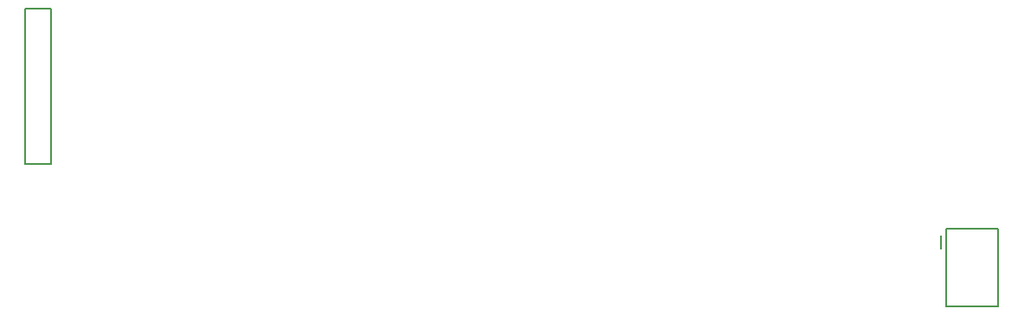
<source format=gbo>
G75*
%MOIN*%
%OFA0B0*%
%FSLAX24Y24*%
%IPPOS*%
%LPD*%
%AMOC8*
5,1,8,0,0,1.08239X$1,22.5*
%
%ADD10C,0.0080*%
D10*
X036725Y048600D02*
X038725Y048600D01*
X038725Y051600D01*
X036725Y051600D01*
X036725Y048600D01*
X036525Y050850D02*
X036525Y051350D01*
X002225Y054100D02*
X001225Y054100D01*
X001225Y060100D01*
X002225Y060100D01*
X002225Y054100D01*
M02*

</source>
